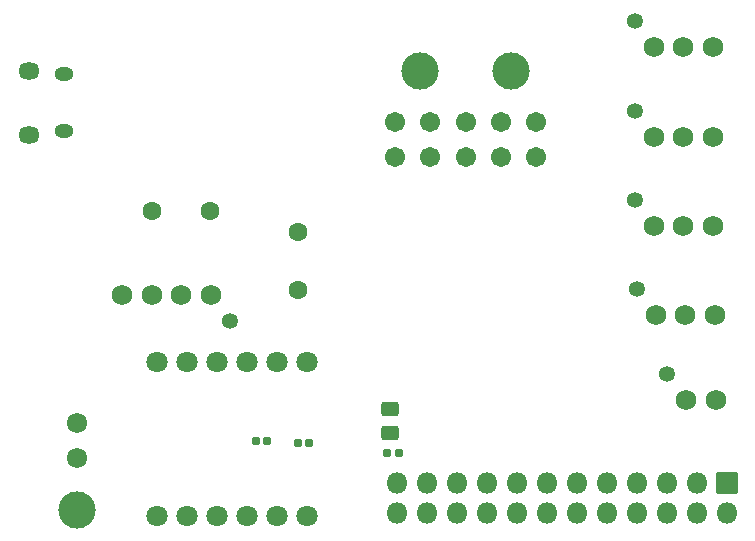
<source format=gbs>
G04 #@! TF.GenerationSoftware,KiCad,Pcbnew,(6.0.7)*
G04 #@! TF.CreationDate,2022-12-18T06:42:31+05:30*
G04 #@! TF.ProjectId,MicrocontrollerPcb,4d696372-6f63-46f6-9e74-726f6c6c6572,rev?*
G04 #@! TF.SameCoordinates,Original*
G04 #@! TF.FileFunction,Soldermask,Bot*
G04 #@! TF.FilePolarity,Negative*
%FSLAX46Y46*%
G04 Gerber Fmt 4.6, Leading zero omitted, Abs format (unit mm)*
G04 Created by KiCad (PCBNEW (6.0.7)) date 2022-12-18 06:42:31*
%MOMM*%
%LPD*%
G01*
G04 APERTURE LIST*
G04 Aperture macros list*
%AMRoundRect*
0 Rectangle with rounded corners*
0 $1 Rounding radius*
0 $2 $3 $4 $5 $6 $7 $8 $9 X,Y pos of 4 corners*
0 Add a 4 corners polygon primitive as box body*
4,1,4,$2,$3,$4,$5,$6,$7,$8,$9,$2,$3,0*
0 Add four circle primitives for the rounded corners*
1,1,$1+$1,$2,$3*
1,1,$1+$1,$4,$5*
1,1,$1+$1,$6,$7*
1,1,$1+$1,$8,$9*
0 Add four rect primitives between the rounded corners*
20,1,$1+$1,$2,$3,$4,$5,0*
20,1,$1+$1,$4,$5,$6,$7,0*
20,1,$1+$1,$6,$7,$8,$9,0*
20,1,$1+$1,$8,$9,$2,$3,0*%
G04 Aperture macros list end*
%ADD10RoundRect,0.051000X-0.850000X0.850000X-0.850000X-0.850000X0.850000X-0.850000X0.850000X0.850000X0*%
%ADD11O,1.802000X1.802000*%
%ADD12C,1.602000*%
%ADD13RoundRect,0.301000X0.450000X-0.325000X0.450000X0.325000X-0.450000X0.325000X-0.450000X-0.325000X0*%
%ADD14O,1.602000X1.202000*%
%ADD15O,1.802000X1.452000*%
%ADD16C,1.752000*%
%ADD17C,1.352000*%
%ADD18C,3.152000*%
%ADD19C,1.707000*%
%ADD20C,1.802000*%
%ADD21C,1.722000*%
%ADD22RoundRect,0.198500X-0.147500X-0.172500X0.147500X-0.172500X0.147500X0.172500X-0.147500X0.172500X0*%
%ADD23RoundRect,0.198500X0.147500X0.172500X-0.147500X0.172500X-0.147500X-0.172500X0.147500X-0.172500X0*%
G04 APERTURE END LIST*
D10*
X206170000Y-106980000D03*
D11*
X206170000Y-109520000D03*
X203630000Y-106980000D03*
X203630000Y-109520000D03*
X201090000Y-106980000D03*
X201090000Y-109520000D03*
X198550000Y-106980000D03*
X198550000Y-109520000D03*
X196010000Y-106980000D03*
X196010000Y-109520000D03*
X193470000Y-106980000D03*
X193470000Y-109520000D03*
X190930000Y-106980000D03*
X190930000Y-109520000D03*
X188390000Y-106980000D03*
X188390000Y-109520000D03*
X185850000Y-106980000D03*
X185850000Y-109520000D03*
X183310000Y-106980000D03*
X183310000Y-109520000D03*
X180770000Y-106980000D03*
X180770000Y-109520000D03*
X178230000Y-106980000D03*
X178230000Y-109520000D03*
D12*
X169850000Y-85760000D03*
X169850000Y-90640000D03*
D13*
X177650000Y-102765000D03*
X177650000Y-100715000D03*
D14*
X150075000Y-72365000D03*
X150075000Y-77205000D03*
D15*
X147075000Y-72055000D03*
X147075000Y-77515000D03*
D12*
X157509857Y-83959115D03*
X162389857Y-83959115D03*
D16*
X200170000Y-92750000D03*
X202670000Y-92750000D03*
X205170000Y-92750000D03*
D17*
X198570000Y-90550000D03*
X198390000Y-83040000D03*
D16*
X204990000Y-85240000D03*
X202490000Y-85240000D03*
X199990000Y-85240000D03*
X199990000Y-70060000D03*
X202490000Y-70060000D03*
X204990000Y-70060000D03*
D17*
X198390000Y-67860000D03*
X198390000Y-75480000D03*
D16*
X204990000Y-77680000D03*
X202490000Y-77680000D03*
X199990000Y-77680000D03*
D18*
X180220000Y-72060000D03*
X187920000Y-72060000D03*
D19*
X190070000Y-79380000D03*
X187070000Y-79380000D03*
X184070000Y-79380000D03*
X181070000Y-79380000D03*
X178070000Y-79380000D03*
X190070000Y-76380000D03*
X187070000Y-76380000D03*
X184070000Y-76380000D03*
X181070000Y-76380000D03*
X178070000Y-76380000D03*
D20*
X170680000Y-109750000D03*
X168140000Y-109750000D03*
X163060000Y-109750000D03*
X165600000Y-109750000D03*
X157980000Y-109750000D03*
X160520000Y-109750000D03*
X160520000Y-96750000D03*
X157980000Y-96750000D03*
X165600000Y-96750000D03*
X163060000Y-96750000D03*
X168140000Y-96750000D03*
X170680000Y-96750000D03*
D17*
X201150000Y-97710000D03*
D16*
X205250000Y-99910000D03*
X202750000Y-99910000D03*
D17*
X164100000Y-93230000D03*
D16*
X155000000Y-91030000D03*
X157500000Y-91030000D03*
X160000000Y-91030000D03*
X162500000Y-91030000D03*
D21*
X151130000Y-104900000D03*
X151130000Y-101900000D03*
D18*
X151130000Y-109220000D03*
D22*
X167255000Y-103410000D03*
X166285000Y-103410000D03*
X177435000Y-104410000D03*
X178405000Y-104410000D03*
D23*
X170830000Y-103590000D03*
X169860000Y-103590000D03*
M02*

</source>
